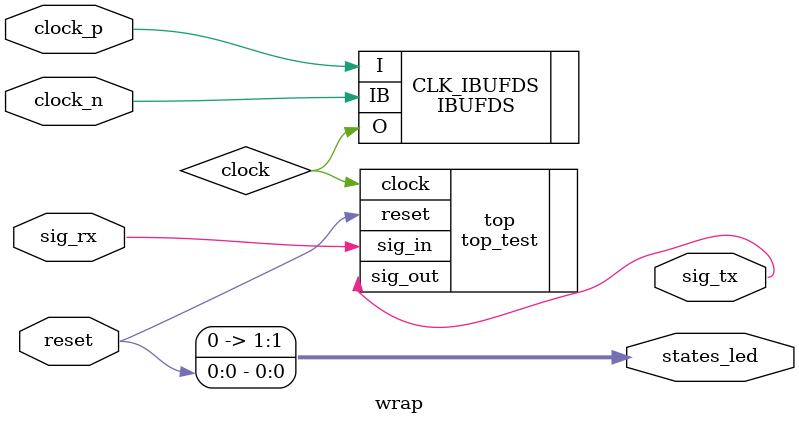
<source format=sv>
module wrap(

    input bit clock_p, clock_n,
    input bit reset,    
    input bit sig_rx,                   // serial input wire
    output bit sig_tx,                  // serial output wire
    output logic [1:0]states_led        // state indicator led

);

IBUFDS CLK_IBUFDS (.I(clock_p), .IB(clock_n), .O(clock));
top_test #(32, 8, 2048, 200_000_000, 115200) top (.clock(clock), .reset(reset),.sig_in(sig_rx), .sig_out(sig_tx));
assign states_led = 2'b11 ? (reset) :
                    2'b00;
endmodule
</source>
